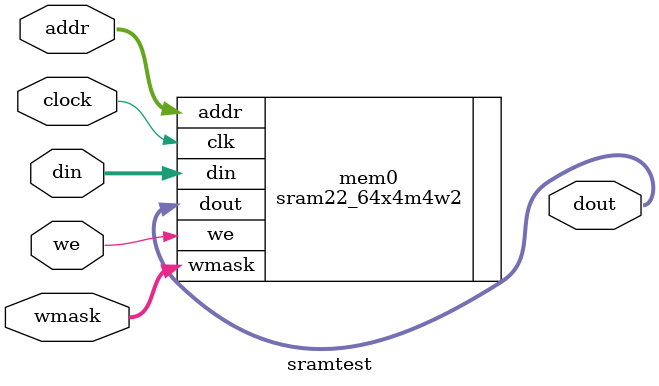
<source format=v>

module sramtest (
    clock,we,wmask,addr,din,dout
);

  parameter DATA_WIDTH = 4 ;
  parameter ADDR_WIDTH = 6 ;
  parameter WMASK_WIDTH = 2 ;
  parameter RAM_DEPTH = 1 << ADDR_WIDTH;

  input  clock; // clock
  input  we; // write enable
  input [WMASK_WIDTH-1:0] wmask; // write mask
  input [ADDR_WIDTH-1:0]  addr; // address
  input [DATA_WIDTH-1:0]  din; // data in
  output [DATA_WIDTH-1:0] dout; // data out

sram22_64x4m4w2 mem0 (
  .clk(clock),.we(we),.wmask(wmask),
  .addr(addr),.din(din),.dout(dout)
  );

endmodule
</source>
